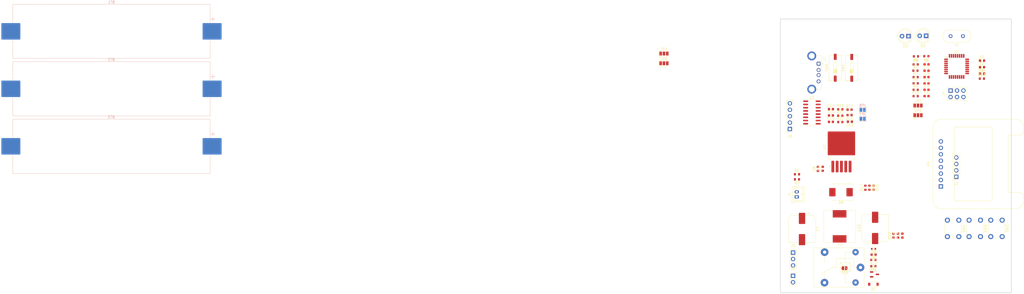
<source format=kicad_pcb>
(kicad_pcb (version 20241229) (generator "pcbnew") (generator_version "9.0")
  (layers (0 "F.Cu" signal) (2 "B.Cu" signal) (13 "F.Paste" user) (15 "B.Paste" user) (5 "F.SilkS" user "F.Silkscreen") (7 "B.SilkS" user "B.Silkscreen") (1 "F.Mask" user) (3 "B.Mask" user) (25 "Edge.Cuts" user))
  (net 0 "")
  (net 1 "+12V")
  (net 2 "GND")
  (net 3 "+5V")
  (net 4 "ARDU_RST")
  (net 5 "Net-(U3-V3)")
  (net 6 "Net-(D3-A)")
  (net 7 "UART_TX")
  (net 8 "Net-(D4-A)")
  (net 9 "Net-(D5-A)")
  (net 10 "UART_RX")
  (net 11 "Net-(D10-A)")
  (net 12 "Net-(D11-A)")
  (net 13 "Net-(D12-A)")
  (net 14 "PSensor")
  (net 15 "SDA")
  (net 16 "SCL")
  (net 17 "SCK")
  (net 18 "MISO")
  (net 19 "MOSI")
  (net 20 "Net-(JP1-A)")
  (net 21 "RLY_CTRL")
  (net 22 "Net-(JP2-B)")
  (net 23 "Net-(JP2-C)")
  (net 24 "Net-(JP2-A)")
  (net 25 "VBUS")
  (net 26 "Net-(JP3-A)")
  (net 27 "Net-(JP7-A)")
  (net 28 "Net-(Q1-B)")
  (net 29 "Vsense")
  (net 30 "D+")
  (net 33 "D-")
  (net 39 "Net-(U1-AREF)")
  (net 40 "Net-(U1-XTAL1{slash}PB6)")
  (net 41 "Net-(U1-XTAL2{slash}PB7)")
  (net 42 "Net-(J6-Pin_4)")
  (net 43 "Net-(D1-A)")
  (net 44 "Net-(D2-A)")
  (net 45 "Net-(D6-A)")
  (net 46 "Net-(D6-K)")
  (net 47 "Net-(D8-K)")
  (net 48 "Net-(D9-K)")
  (net 49 "Net-(J1-Pin_1)")
  (net 50 "Net-(J2-Pin_3)")
  (net 51 "Net-(J2-Pin_4)")
  (net 52 "Net-(JP1-B)")
  (net 53 "Net-(JP1-C)")
  (net 54 "Net-(JP6-A)")
  (net 56 "Net-(U1-PD7)")
  (net 57 "Net-(U1-PD4)")
  (net 58 "Net-(U1-PD3)")
  (net 59 "Net-(U2-~{ON}{slash}OFF)")
  (net 60 "Net-(U2-FB)")
  (footprint "Capacitor_SMD:C_0603_1608Metric" (layer "F.Cu") (at 178.41 103.135 90)
    (property "Reference" "C13" (at 0 -1.43 90) (layer "F.SilkS"))
    (property "Value" "0.47uF")
    (pad "1" smd roundrect (at -0.775 0 90) (size 0.9 0.95) (layers "F.Cu" "F.Mask" "F.Paste") (net 3 "+5V"))
    (pad "2" smd roundrect (at 0.775 0 90) (size 0.9 0.95) (layers "F.Cu" "F.Mask" "F.Paste") (net 2 "GND"))
  )
  (footprint "Resistor_SMD:R_0603_1608Metric" (layer "F.Cu") (at 168.7225 115.1875 180)
    (property "Reference" "R11" (at 0 -1.43 0) (layer "F.SilkS"))
    (property "Value" "1K")
    (pad "1" smd roundrect (at -0.825 0 180) (size 0.8 0.95) (layers "F.Cu" "F.Mask" "F.Paste") (net 26 "Net-(JP3-A)"))
    (pad "2" smd roundrect (at 0.825 0 180) (size 0.8 0.95) (layers "F.Cu" "F.Mask" "F.Paste") (net 28 "Net-(Q1-B)"))
  )
  (footprint "Capacitor_SMD:CP_Elec_10x10.5" (layer "F.Cu") (at 140.58 100.5 -90)
    (property "Reference" "C7" (at 0 -6.3 90) (layer "F.SilkS"))
    (property "Value" "100uF")
    (pad "1" smd roundrect (at -4.2 0 270) (size 4.4 2.5) (layers "F.Cu" "F.Mask" "F.Paste") (roundrect_rratio 0.1) (net 1 "+12V"))
    (pad "2" smd roundrect (at 4.2 0 270) (size 4.4 2.5) (layers "F.Cu" "F.Mask" "F.Paste") (roundrect_rratio 0.1) (net 2 "GND"))
  )
  (footprint "Resistor_SMD:R_0603_1608Metric" (layer "F.Cu") (at 155.665 53.215)
    (property "Reference" "R20" (at 0 -1.43 0) (layer "F.SilkS"))
    (property "Value" "10K")
    (pad "1" smd roundrect (at -0.825 0) (size 0.8 0.95) (layers "F.Cu" "F.Mask" "F.Paste") (net 25 "VBUS"))
    (pad "2" smd roundrect (at 0.825 0) (size 0.8 0.95) (layers "F.Cu" "F.Mask" "F.Paste") (net 11 "Net-(D10-A)"))
  )
  (footprint "Capacitor_SMD:C_0603_1608Metric" (layer "F.Cu") (at 189.685 45.49)
    (property "Reference" "C5" (at 0 -1.43 0) (layer "F.SilkS"))
    (property "Value" "22pF")
    (pad "1" smd roundrect (at -0.775 0) (size 0.9 0.95) (layers "F.Cu" "F.Mask" "F.Paste") (net 40 "Net-(U1-XTAL1{slash}PB6)"))
    (pad "2" smd roundrect (at 0.775 0) (size 0.9 0.95) (layers "F.Cu" "F.Mask" "F.Paste") (net 2 "GND"))
  )
  (footprint "LED_SMD:LED_0603_1608Metric" (layer "F.Cu") (at 159.32 55.495 180)
    (property "Reference" "D11" (at 0 -1.43 0) (layer "F.SilkS"))
    (property "Value" "LED")
    (pad "1" smd roundrect (at -0.7875 0 180) (size 0.875 0.95) (layers "F.Cu" "F.Mask" "F.Paste") (net 10 "UART_RX"))
    (pad "2" smd roundrect (at 0.7875 0 180) (size 0.875 0.95) (layers "F.Cu" "F.Mask" "F.Paste") (net 12 "Net-(D11-A)"))
  )
  (footprint "Inductor_SMD:L_12x12mm_H8mm" (layer "F.Cu") (at 155.4 99.44 -90)
    (property "Reference" "L1" (at 0 -7.4 90) (layer "F.SilkS"))
    (property "Value" "47uH")
    (pad "1" smd rect (at -4.95 0 270) (size 2.9 5.4) (layers "F.Cu" "F.Mask" "F.Paste") (net 48 "Net-(D9-K)"))
    (pad "2" smd rect (at 4.95 0 270) (size 2.9 5.4) (layers "F.Cu" "F.Mask" "F.Paste") (net 3 "+5V"))
  )
  (footprint "Button_Switch_SMD:SW_DIP_SPSTx01_Slide_9.78x4.72mm_W8.61mm_P2.54mm" (layer "F.Cu") (at 153.68 36.78 90)
    (property "Reference" "SW6" (at 0 -3.42 90) (layer "F.SilkS"))
    (property "Value" "SW_SPST")
    (pad "1" smd roundrect (at -4.305 0 90) (size 2.44 1.12) (layers "F.Cu" "F.Mask" "F.Paste") (roundrect_rratio 0.223214) (net 49 "Net-(J1-Pin_1)"))
    (pad "2" smd roundrect (at 4.305 0 90) (size 2.44 1.12) (layers "F.Cu" "F.Mask" "F.Paste") (roundrect_rratio 0.223214) (net 1 "+12V"))
  )
  (footprint "Jumper:SolderJumper-3_P1.3mm_Open_Pad1.0x1.5mm" (layer "F.Cu") (at 86.12 35.015)
    (property "Reference" "JP5" (at 0 -1.8 0) (layer "F.SilkS"))
    (property "Value" "SolderJumper_3_Open")
    (pad "1" smd rect (at -1.3 0) (size 1 1.5) (layers "F.Cu" "F.Mask") (net 3 "+5V"))
    (pad "2" smd rect (at 0 0) (size 1 1.5) (layers "F.Cu" "F.Mask") (net 50 "Net-(J2-Pin_3)"))
    (pad "3" smd rect (at 1.3 0) (size 1 1.5) (layers "F.Cu" "F.Mask") (net 2 "GND"))
  )
  (footprint "Capacitor_SMD:C_0603_1608Metric" (layer "F.Cu") (at 189.685 40.47)
    (property "Reference" "C3" (at 0 -1.43 0) (layer "F.SilkS"))
    (property "Value" "1uF")
    (pad "1" smd roundrect (at -0.775 0) (size 0.9 0.95) (layers "F.Cu" "F.Mask" "F.Paste") (net 2 "GND"))
    (pad "2" smd roundrect (at 0.775 0) (size 0.9 0.95) (layers "F.Cu" "F.Mask" "F.Paste") (net 3 "+5V"))
  )
  (footprint "Resistor_SMD:R_0603_1608Metric" (layer "F.Cu") (at 155.665 58.235)
    (property "Reference" "R22" (at 0 -1.43 0) (layer "F.SilkS"))
    (property "Value" "2K2")
    (pad "1" smd roundrect (at -0.825 0) (size 0.8 0.95) (layers "F.Cu" "F.Mask" "F.Paste") (net 27 "Net-(JP7-A)"))
    (pad "2" smd roundrect (at 0.825 0) (size 0.8 0.95) (layers "F.Cu" "F.Mask" "F.Paste") (net 13 "Net-(D12-A)"))
  )
  (footprint "Jumper:SolderJumper-3_P1.3mm_Open_Pad1.0x1.5mm" (layer "F.Cu") (at 186.32 55.55)
    (property "Reference" "JP2" (at 0 -1.8 0) (layer "F.SilkS"))
    (property "Value" "SolderJumper_3_Open")
    (pad "1" smd rect (at -1.3 0) (size 1 1.5) (layers "F.Cu" "F.Mask") (net 24 "Net-(JP2-A)"))
    (pad "2" smd rect (at 0 0) (size 1 1.5) (layers "F.Cu" "F.Mask") (net 23 "Net-(JP2-C)"))
    (pad "3" smd rect (at 1.3 0) (size 1 1.5) (layers "F.Cu" "F.Mask") (net 22 "Net-(JP2-B)"))
  )
  (footprint "Connector_USB:USB_A_Connfly_DS1095" (layer "F.Cu") (at 147.12 35.18 -90)
    (property "Reference" "J7" (at -1.95 -2.35 90) (layer "F.SilkS"))
    (property "Value" "USB_A")
    (pad "1" thru_hole roundrect (at 0 0 270) (size 1.524 1.524) (drill 0.92) (layers "*.Cu" "*.Mask") (roundrect_rratio 0.1640419948) (net 25 "VBUS"))
    (pad "2" thru_hole circle (at 2.5 0 270) (size 1.524 1.524) (drill 0.92) (layers "*.Cu" "*.Mask") (net 33 "D-"))
    (pad "3" thru_hole circle (at 4.5 0 270) (size 1.524 1.524) (drill 0.92) (layers "*.Cu" "*.Mask") (net 30 "D+"))
    (pad "4" thru_hole circle (at 7 0 270) (size 1.524 1.524) (drill 0.92) (layers "*.Cu" "*.Mask") (net 2 "GND"))
    (pad "5" thru_hole circle (at -3.07 2.71 270) (size 3.5 3.5) (drill 2.3) (layers "*.Cu" "*.Mask") (net 2 "GND"))
    (pad "5" thru_hole circle (at 10.07 2.71 270) (size 3.5 3.5) (drill 2.3) (layers "*.Cu" "*.Mask") (net 2 "GND"))
  )
  (footprint "Diode_SMD:D_SOD-123" (layer "F.Cu") (at 168.73 122.33 180)
    (property "Reference" "D7" (at 0 -2 0) (layer "F.SilkS"))
    (property "Value" "1N4148WT")
    (pad "1" smd roundrect (at -1.65 0 180) (size 0.9 1.2) (layers "F.Cu" "F.Mask" "F.Paste") (net 1 "+12V"))
    (pad "2" smd roundrect (at 1.65 0 180) (size 0.9 1.2) (layers "F.Cu" "F.Mask" "F.Paste") (net 46 "Net-(D6-K)"))
  )
  (footprint "Capacitor_SMD:C_0603_1608Metric" (layer "F.Cu") (at 151.98 53.135)
    (property "Reference" "C14" (at 0 -1.43 0) (layer "F.SilkS"))
    (property "Value" "100nF")
    (pad "1" smd roundrect (at -0.775 0) (size 0.9 0.95) (layers "F.Cu" "F.Mask" "F.Paste") (net 25 "VBUS"))
    (pad "2" smd roundrect (at 0.775 0) (size 0.9 0.95) (layers "F.Cu" "F.Mask" "F.Paste") (net 2 "GND"))
  )
  (footprint "Capacitor_SMD:C_0603_1608Metric" (layer "F.Cu") (at 146.845 76.75 90)
    (property "Reference" "C8" (at 0 -1.43 90) (layer "F.SilkS"))
    (property "Value" "0.022uF")
    (pad "1" smd roundrect (at -0.775 0 90) (size 0.9 0.95) (layers "F.Cu" "F.Mask" "F.Paste") (net 1 "+12V"))
    (pad "2" smd roundrect (at 0.775 0 90) (size 0.9 0.95) (layers "F.Cu" "F.Mask" "F.Paste") (net 2 "GND"))
  )
  (footprint "Capacitor_SMD:C_0603_1608Metric" (layer "F.Cu") (at 189.685 42.98)
    (property "Reference" "C4" (at 0 -1.43 0) (layer "F.SilkS"))
    (property "Value" "10uF")
    (pad "1" smd roundrect (at -0.775 0) (size 0.9 0.95) (layers "F.Cu" "F.Mask" "F.Paste") (net 2 "GND"))
    (pad "2" smd roundrect (at 0.775 0) (size 0.9 0.95) (layers "F.Cu" "F.Mask" "F.Paste") (net 3 "+5V"))
  )
  (footprint "Package_QFP:TQFP-32_7x7mm_P0.8mm" (layer "F.Cu") (at 201.55 36.25)
    (property "Reference" "U1" (at 0 -5.85 0) (layer "F.SilkS"))
    (property "Value" "ATmega328P-A")
    (pad "1" smd roundrect (at -4.1625 -2.8) (size 1.475 0.55) (layers "F.Cu" "F.Mask" "F.Paste") (net 58 "Net-(U1-PD3)"))
    (pad "2" smd roundrect (at -4.1625 -2) (size 1.475 0.55) (layers "F.Cu" "F.Mask" "F.Paste") (net 57 "Net-(U1-PD4)"))
    (pad "3" smd roundrect (at -4.1625 -1.2) (size 1.475 0.55) (layers "F.Cu" "F.Mask" "F.Paste") (net 2 "GND"))
    (pad "4" smd roundrect (at -4.1625 -0.4) (size 1.475 0.55) (layers "F.Cu" "F.Mask" "F.Paste") (net 3 "+5V"))
    (pad "5" smd roundrect (at -4.1625 0.4) (size 1.475 0.55) (layers "F.Cu" "F.Mask" "F.Paste") (net 2 "GND"))
    (pad "6" smd roundrect (at -4.1625 1.2) (size 1.475 0.55) (layers "F.Cu" "F.Mask" "F.Paste") (net 3 "+5V"))
    (pad "7" smd roundrect (at -4.1625 2) (size 1.475 0.55) (layers "F.Cu" "F.Mask" "F.Paste") (net 40 "Net-(U1-XTAL1{slash}PB6)"))
    (pad "8" smd roundrect (at -4.1625 2.8) (size 1.475 0.55) (layers "F.Cu" "F.Mask" "F.Paste") (net 41 "Net-(U1-XTAL2{slash}PB7)"))
    (pad "9" smd roundrect (at -2.8 4.1625) (size 0.55 1.475) (layers "F.Cu" "F.Mask" "F.Paste") (net 23 "Net-(JP2-C)"))
    (pad "10" smd roundrect (at -2 4.1625) (size 0.55 1.475) (layers "F.Cu" "F.Mask" "F.Paste") (net 53 "Net-(JP1-C)"))
    (pad "11" smd roundrect (at -1.2 4.1625) (size 0.55 1.475) (layers "F.Cu" "F.Mask" "F.Paste") (net 56 "Net-(U1-PD7)"))
    (pad "12" smd roundrect (at -0.4 4.1625) (size 0.55 1.475) (layers "F.Cu" "F.Mask" "F.Paste") (net 21 "RLY_CTRL"))
    (pad "13" smd roundrect (at 0.4 4.1625) (size 0.55 1.475) (layers "F.Cu" "F.Mask" "F.Paste"))
    (pad "14" smd roundrect (at 1.2 4.1625) (size 0.55 1.475) (layers "F.Cu" "F.Mask" "F.Paste"))
    (pad "15" smd roundrect (at 2 4.1625) (size 0.55 1.475) (layers "F.Cu" "F.Mask" "F.Paste") (net 19 "MOSI"))
    (pad "16" smd roundrect (at 2.8 4.1625) (size 0.55 1.475) (layers "F.Cu" "F.Mask" "F.Paste") (net 18 "MISO"))
    (pad "17" smd roundrect (at 4.1625 2.8) (size 1.475 0.55) (layers "F.Cu" "F.Mask" "F.Paste") (net 17 "SCK"))
    (pad "18" smd roundrect (at 4.1625 2) (size 1.475 0.55) (layers "F.Cu" "F.Mask" "F.Paste") (net 3 "+5V"))
    (pad "19" smd roundrect (at 4.1625 1.2) (size 1.475 0.55) (layers "F.Cu" "F.Mask" "F.Paste"))
    (pad "20" smd roundrect (at 4.1625 0.4) (size 1.475 0.55) (layers "F.Cu" "F.Mask" "F.Paste") (net 39 "Net-(U1-AREF)"))
    (pad "21" smd roundrect (at 4.1625 -0.4) (size 1.475 0.55) (layers "F.Cu" "F.Mask" "F.Paste") (net 2 "GND"))
    (pad "22" smd roundrect (at 4.1625 -1.2) (size 1.475 0.55) (layers "F.Cu" "F.Mask" "F.Paste"))
    (pad "23" smd roundrect (at 4.1625 -2) (size 1.475 0.55) (layers "F.Cu" "F.Mask" "F.Paste") (net 14 "PSensor"))
    (pad "24" smd roundrect (at 4.1625 -2.8) (size 1.475 0.55) (layers "F.Cu" "F.Mask" "F.Paste") (net 29 "Vsense"))
    (pad "25" smd roundrect (at 2.8 -4.1625) (size 0.55 1.475) (layers "F.Cu" "F.Mask" "F.Paste"))
    (pad "26" smd roundrect (at 2 -4.1625) (size 0.55 1.475) (layers "F.Cu" "F.Mask" "F.Paste"))
    (pad "27" smd roundrect (at 1.2 -4.1625) (size 0.55 1.475) (layers "F.Cu" "F.Mask" "F.Paste") (net 15 "SDA"))
    (pad "28" smd roundrect (at 0.4 -4.1625) (size 0.55 1.475) (layers "F.Cu" "F.Mask" "F.Paste") (net 16 "SCL"))
    (pad "29" smd roundrect (at -0.4 -4.1625) (size 0.55 1.475) (layers "F.Cu" "F.Mask" "F.Paste") (net 4 "ARDU_RST"))
    (pad "30" smd roundrect (at -1.2 -4.1625) (size 0.55 1.475) (layers "F.Cu" "F.Mask" "F.Paste") (net 10 "UART_RX"))
    (pad "31" smd roundrect (at -2 -4.1625) (size 0.55 1.475) (layers "F.Cu" "F.Mask" "F.Paste") (net 7 "UART_TX"))
    (pad "32" smd roundrect (at -2.8 -4.1625) (size 0.55 1.475) (layers "F.Cu" "F.Mask" "F.Paste"))
  )
  (footprint "Relay_THT:Relay_SPDT_SANYOU_SRD_Series_Form_C" (layer "F.Cu") (at 163.64 115.69 180)
    (property "Reference" "K1" (at 8.1 9.2 0) (layer "F.SilkS"))
    (property "Value" "SANYOU_SRD_Form_C")
    (pad "1" thru_hole circle (at 0 0 270) (size 3 3) (drill 1.3) (layers "*.Cu" "*.Mask") (net 47 "Net-(D8-K)"))
    (pad "2" thru_hole circle (at 1.95 6.05 270) (size 2.5 2.5) (drill 1) (layers "*.Cu" "*.Mask") (net 46 "Net-(D6-K)"))
    (pad "3" thru_hole circle (at 14.15 6.05 270) (size 3 3) (drill 1.3) (layers "*.Cu" "*.Mask") (net 1 "+12V"))
    (pad "4" thru_hole circle (at 14.2 -6 270) (size 3 3) (drill 1.3) (layers "*.Cu" "*.Mask"))
    (pad "5" thru_hole circle (at 1.95 -5.95 270) (size 2.5 2.5) (drill 1) (layers "*.Cu" "*.Mask") (net 1 "+12V"))
  )
  (footprint "Resistor_SMD:R_0603_1608Metric" (layer "F.Cu") (at 185.495 32.29 180)
    (property "Reference" "R8" (at 0 -1.43 0) (layer "F.SilkS"))
    (property "Value" "1K")
    (pad "1" smd roundrect (at -0.825 0 180) (size 0.8 0.95) (layers "F.Cu" "F.Mask" "F.Paste") (net 24 "Net-(JP2-A)"))
    (pad "2" smd roundrect (at 0.825 0 180) (size 0.8 0.95) (layers "F.Cu" "F.Mask" "F.Paste") (net 9 "Net-(D5-A)"))
  )
  (footprint "Capacitor_SMD:C_0603_1608Metric" (layer "F.Cu") (at 151.98 55.645)
    (property "Reference" "C15" (at 0 -1.43 0) (layer "F.SilkS"))
    (property "Value" "100nF")
    (pad "1" smd roundrect (at -0.775 0) (size 0.9 0.95) (layers "F.Cu" "F.Mask" "F.Paste") (net 2 "GND"))
    (pad "2" smd roundrect (at 0.775 0) (size 0.9 0.95) (layers "F.Cu" "F.Mask" "F.Paste") (net 5 "Net-(U3-V3)"))
  )
  (footprint "Connector_PinSocket_2.54mm:PinSocket_1x02_P2.54mm_Vertical" (layer "F.Cu") (at 137.025 119.01)
    (property "Reference" "J5" (at 0 -2.77 0) (layer "F.SilkS"))
    (property "Value" "Valve Terminal")
    (pad "1" thru_hole rect (at 0 0) (size 1.7 1.7) (drill 1) (layers "*.Cu" "*.Mask") (net 47 "Net-(D8-K)"))
    (pad "2" thru_hole circle (at 0 2.54) (size 1.7 1.7) (drill 1) (layers "*.Cu" "*.Mask") (net 2 "GND"))
  )
  (footprint "Button_Switch_THT:SW_PUSH_6mm_H9.5mm" (layer "F.Cu") (at 219.52 97 -90)
    (property "Reference" "SW2" (at 3.25 -2 90) (layer "F.SilkS"))
    (property "Value" "SW_Push")
    (pad "1" thru_hole circle (at 0 0) (size 2 2) (drill 1.1) (layers "*.Cu" "*.Mask") (net 2 "GND"))
    (pad "1" thru_hole circle (at 6.5 0) (size 2 2) (drill 1.1) (layers "*.Cu" "*.Mask") (net 2 "GND"))
    (pad "2" thru_hole circle (at 0 4.5) (size 2 2) (drill 1.1) (layers "*.Cu" "*.Mask") (net 4 "ARDU_RST"))
    (pad "2" thru_hole circle (at 6.5 4.5) (size 2 2) (drill 1.1) (layers "*.Cu" "*.Mask") (net 4 "ARDU_RST"))
  )
  (footprint "Resistor_SMD:R_0603_1608Metric" (layer "F.Cu") (at 211.5025 41.08)
    (property "Reference" "R13" (at 0 -1.43 0) (layer "F.SilkS"))
    (property "Value" "4.7K")
    (pad "1" smd roundrect (at -0.825 0) (size 0.8 0.95) (layers "F.Cu" "F.Mask" "F.Paste") (net 15 "SDA"))
    (pad "2" smd roundrect (at 0.825 0) (size 0.8 0.95) (layers "F.Cu" "F.Mask" "F.Paste") (net 3 "+5V"))
  )
  (footprint "Button_Switch_SMD:SW_DIP_SPSTx01_Slide_9.78x4.72mm_W8.61mm_P2.54mm" (layer "F.Cu") (at 160.18 36.82 90)
    (property "Reference" "SW1" (at 0 -3.42 90) (layer "F.SilkS"))
    (property "Value" "SW_SPST")
    (pad "1" smd roundrect (at -4.305 0 90) (size 2.44 1.12) (layers "F.Cu" "F.Mask" "F.Paste") (roundrect_rratio 0.223214) (net 2 "GND"))
    (pad "2" smd roundrect (at 4.305 0 90) (size 2.44 1.12) (layers "F.Cu" "F.Mask" "F.Paste") (roundrect_rratio 0.223214) (net 26 "Net-(JP3-A)"))
  )
  (footprint "Resistor_SMD:R_0603_1608Metric" (layer "F.Cu") (at 211.5875 39.15)
    (property "Reference" "R14" (at 0 -1.43 0) (layer "F.SilkS"))
    (property "Value" "4.7K")
    (pad "1" smd roundrect (at -0.825 0) (size 0.8 0.95) (layers "F.Cu" "F.Mask" "F.Paste") (net 16 "SCL"))
    (pad "2" smd roundrect (at 0.825 0) (size 0.8 0.95) (layers "F.Cu" "F.Mask" "F.Paste") (net 3 "+5V"))
  )
  (footprint "Resistor_SMD:R_0603_1608Metric" (layer "F.Cu") (at 185.395 42.94)
    (property "Reference" "R4" (at 0 -1.43 0) (layer "F.SilkS"))
    (property "Value" "1K")
    (pad "1" smd roundrect (at -0.825 0) (size 0.8 0.95) (layers "F.Cu" "F.Mask" "F.Paste") (net 52 "Net-(JP1-B)"))
    (pad "2" smd roundrect (at 0.825 0) (size 0.8 0.95) (layers "F.Cu" "F.Mask" "F.Paste") (net 44 "Net-(D2-A)"))
  )
  (footprint "LED_SMD:LED_0603_1608Metric" (layer "F.Cu") (at 211.5875 33.97)
    (property "Reference" "D1" (at 0 -1.43 0) (layer "F.SilkS"))
    (property "Value" "LED")
    (pad "1" smd roundrect (at -0.7875 0) (size 0.875 0.95) (layers "F.Cu" "F.Mask" "F.Paste") (net 2 "GND"))
    (pad "2" smd roundrect (at 0.7875 0) (size 0.875 0.95) (layers "F.Cu" "F.Mask" "F.Paste") (net 43 "Net-(D1-A)"))
  )
  (footprint "Diode_SMD:D_SMC" (layer "F.Cu") (at 155.945 85.945 180)
    (property "Reference" "D9" (at 0 -4.1 0) (layer "F.SilkS"))
    (property "Value" "D_Schottky")
    (pad "1" smd roundrect (at -3.4 0 270) (size 3.3 2.5) (layers "F.Cu" "F.Mask" "F.Paste") (roundrect_rratio 0.1) (net 48 "Net-(D9-K)"))
    (pad "2" smd roundrect (at 3.4 0 270) (size 3.3 2.5) (layers "F.Cu" "F.Mask" "F.Paste") (roundrect_rratio 0.1) (net 2 "GND"))
  )
  (footprint "Resistor_SMD:R_0603_1608Metric" (layer "F.Cu") (at 138.59 80.88 180)
    (property "Reference" "R2" (at 0 -1.43 0) (layer "F.SilkS"))
    (property "Value" "10K")
    (pad "1" smd roundrect (at -0.825 0 180) (size 0.8 0.95) (layers "F.Cu" "F.Mask" "F.Paste") (net 2 "GND"))
    (pad "2" smd roundrect (at 0.825 0 180) (size 0.8 0.95) (layers "F.Cu" "F.Mask" "F.Paste") (net 29 "Vsense"))
  )
  (footprint "Resistor_SMD:R_0603_1608Metric" (layer "F.Cu") (at 138.595 78.875)
    (property "Reference" "R1" (at 0 -1.43 0) (layer "F.SilkS"))
    (property "Value" "14K")
    (pad "1" smd roundrect (at -0.825 0) (size 0.8 0.95) (layers "F.Cu" "F.Mask" "F.Paste") (net 29 "Vsense"))
    (pad "2" smd roundrect (at 0.825 0) (size 0.8 0.95) (layers "F.Cu" "F.Mask" "F.Paste") (net 1 "+12V"))
  )
  (footprint "Resistor_SMD:R_0603_1608Metric" (layer "F.Cu") (at 185.39 40.49)
    (property "Reference" "R7" (at 0 -1.43 0) (layer "F.SilkS"))
    (property "Value" "1K")
    (pad "1" smd roundrect (at -0.825 0) (size 0.8 0.95) (layers "F.Cu" "F.Mask" "F.Paste") (net 22 "Net-(JP2-B)"))
    (pad "2" smd roundrect (at 0.825 0) (size 0.8 0.95) (layers "F.Cu" "F.Mask" "F.Paste") (net 8 "Net-(D4-A)"))
  )
  (footprint "LED_THT:LED_D5.0mm_IRGrey" (layer "F.Cu") (at 189.54 24.17 180)
    (property "Reference" "D5" (at 1.27 -3.96 0) (layer "F.SilkS"))
    (property "Value" "LD271")
    (pad "1" thru_hole rect (at 0 0 180) (size 1.8 1.8) (drill 0.9) (layers "*.Cu" "*.Mask") (net 2 "GND"))
    (pad "2" thru_hole circle (at 2.54 0 180) (size 1.8 1.8) (drill 0.9) (layers "*.Cu" "*.Mask") (net 9 "Net-(D5-A)"))
  )
  (footprint "Display:Adafruit_SSD1306_No_Mounting_Holes" (layer "F.Cu") (at 195.35 83.68 90)
    (property "Reference" "U4" (at 8.89 -5 90) (layer "F.SilkS"))
    (property "Value" "EA_T123X-I2C")
    (pad "1" thru_hole rect (at 0 0 90) (size 1.7 1.7) (drill 1) (layers "*.Cu" "*.Mask") (net 3 "+5V"))
    (pad "2" thru_hole circle (at 2.54 0 90) (size 1.7 1.7) (drill 1) (layers "*.Cu" "*.Mask") (net 2 "GND"))
    (pad "3" thru_hole circle (at 5.08 0 90) (size 1.7 1.7) (drill 1) (layers "*.Cu" "*.Mask") (net 3 "+5V"))
    (pad "4" thru_hole circle (at 7.62 0 90) (size 1.7 1.7) (drill 1) (layers "*.Cu" "*.Mask") (net 2 "GND"))
    (pad "5" thru_hole circle (at 10.16 0 90) (size 1.7 1.7) (drill 1) (layers "*.Cu" "*.Mask") (net 15 "SDA"))
    (pad "6" thru_hole circle (at 12.7 0 90) (size 1.7 1.7) (drill 1) (layers "*.Cu" "*.Mask") (net 16 "SCL"))
    (pad "7" thru_hole circle (at 15.24 0 90) (size 1.7 1.7) (drill 1) (layers "*.Cu" "*.Mask"))
    (pad "8" thru_hole circle (at 17.78 0 90) (size 1.7 1.7) (drill 1) (layers "*.Cu" "*.Mask"))
  )
  (footprint "Resistor_SMD:R_0603_1608Metric" (layer "F.Cu") (at 185.39 45.51)
    (property "Reference" "R9" (at 0 -1.43 0) (layer "F.SilkS"))
    (property "Value" "1K")
    (pad "1" smd roundrect (at -0.825 0) (size 0.8 0.95) (layers "F.Cu" "F.Mask" "F.Paste") (net 3 "+5V"))
    (pad "2" smd roundrect (at 0.825 0) (size 0.8 0.95) (layers "F.Cu" "F.Mask" "F.Paste") (net 57 "Net-(U1-PD4)"))
  )
  (footprint "Connector_PinSocket_2.54mm:PinSocket_1x04_P2.54mm_Vertical" (layer "F.Cu") (at 201.41 79.87 180)
    (property "Reference" "J2" (at 0 -2.77 0) (layer "F.SilkS"))
    (property "Value" "Conn_01x04_Pin")
    (pad "1" thru_hole rect (at 0 0 180) (size 1.7 1.7) (drill 1) (layers "*.Cu" "*.Mask") (net 15 "SDA"))
    (pad "2" thru_hole circle (at 0 2.54 180) (size 1.7 1.7) (drill 1) (layers "*.Cu" "*.Mask") (net 16 "SCL"))
    (pad "3" thru_hole circle (at 0 5.08 180) (size 1.7 1.7) (drill 1) (layers "*.Cu" "*.Mask") (net 50 "Net-(J2-Pin_3)"))
    (pad "4" thru_hole circle (at 0 7.62 180) (size 1.7 1.7) (drill 1) (layers "*.Cu" "*.Mask") (net 51 "Net-(J2-Pin_4)"))
  )
  (footprint "Capacitor_SMD:C_0603_1608Metric" (layer "F.Cu") (at 148.735 76.695 90)
    (property "Reference" "C9" (at 0 -1.43 90) (layer "F.SilkS"))
    (property "Value" "0.47uF")
    (pad "1" smd roundrect (at -0.775 0 90) (size 0.9 0.95) (layers "F.Cu" "F.Mask" "F.Paste") (net 1 "+12V"))
    (pad "2" smd roundrect (at 0.775 0 90) (size 0.9 0.95) (layers "F.Cu" "F.Mask" "F.Paste") (net 2 "GND"))
  )
  (footprint "Capacitor_SMD:C_0603_1608Metric" (layer "F.Cu") (at 189.685 37.96)
    (property "Reference" "C2" (at 0 -1.43 0) (layer "F.SilkS"))
    (property "Value" "100nF")
    (pad "1" smd roundrect (at -0.775 0) (size 0.9 0.95) (layers "F.Cu" "F.Mask" "F.Paste") (net 2 "GND"))
    (pad "2" smd roundrect (at 0.775 0) (size 0.9 0.95) (layers "F.Cu" "F.Mask" "F.Paste") (net 3 "+5V"))
  )
  (footprint "LED_SMD:LED_0603_1608Metric" (layer "F.Cu") (at 211.5875 36.56)
    (property "Reference" "D2" (at 0 -1.43 0) (layer "F.SilkS"))
    (property "Value" "LED")
    (pad "1" smd roundrect (at -0.7875 0) (size 0.875 0.95) (layers "F.Cu" "F.Mask" "F.Paste") (net 2 "GND"))
    (pad "2" smd roundrect (at 0.7875 0) (size 0.875 0.95) (layers "F.Cu" "F.Mask" "F.Paste") (net 44 "Net-(D2-A)"))
  )
  (footprint "Resistor_SMD:R_0603_1608Metric" (layer "F.Cu") (at 185.305 37.95)
    (property "Reference" "R3" (at 0 -1.43 0) (layer "F.SilkS"))
    (property "Value" "1K")
    (pad "1" smd roundrect (at -0.825 0) (size 0.8 0.95) (layers "F.Cu" "F.Mask" "F.Paste") (net 56 "Net-(U1-PD7)"))
    (pad "2" smd roundrect (at 0.825 0) (size 0.8 0.95) (layers "F.Cu" "F.Mask" "F.Paste") (net 43 "Net-(D1-A)"))
  )
  (footprint "Resistor_SMD:R_0603_1608Metric" (layer "F.Cu") (at 155.665 55.725)
    (property "Reference" "R21" (at 0 -1.43 0) (layer "F.SilkS"))
    (property "Value" "10K")
    (pad "1" smd roundrect (at -0.825 0) (size 0.8 0.95) (layers "F.Cu" "F.Mask" "F.Paste") (net 25 "VBUS"))
    (pad "2" smd roundrect (at 0.825 0) (size 0.8 0.95) (layers "F.Cu" "F.Mask" "F.Paste") (net 12 "Net-(D11-A)"))
  )
  (footprint "Connector_PinSocket_2.54mm:PinSocket_1x05_P2.54mm_Vertical" (layer "F.Cu") (at 135.8 61.015 180)
    (property "Reference" "J6" (at 0 -2.77 0) (layer "F.SilkS"))
    (property "Value" "Conn_01x05_Pin")
    (pad "1" thru_hole rect (at 0 0 180) (size 1.7 1.7) (drill 1) (layers "*.Cu" "*.Mask") (net 3 "+5V"))
    (pad "2" thru_hole circle (at 0 2.54 180) (size 1.7 1.7) (drill 1) (layers "*.Cu" "*.Mask") (net 7 "UART_TX"))
    (pad "3" thru_hole circle (at 0 5.08 180) (size 1.7 1.7) (drill 1) (layers "*.Cu" "*.Mask") (net 10 "UART_RX"))
    (pad "4" thru_hole circle (at 0 7.62 180) (size 1.7 1.7) (drill 1) (layers "*.Cu" "*.Mask") (net 42 "Net-(J6-Pin_4)"))
    (pad "5" thru_hole circle (at 0 10.16 180) (size 1.7 1.7) (drill 1) (layers "*.Cu" "*.Mask") (net 2 "GND"))
  )
  (footprint "LED_SMD:LED_0603_1608Metric" (layer "F.Cu") (at 211.5875 39.15)
    (property "Reference" "D4" (at 0 -1.43 0) (layer "F.SilkS"))
    (property "Value" "LED")
    (pad "1" smd roundrect (at -0.7875 0) (size 0.875 0.95) (layers "F.Cu" "F.Mask" "F.Paste") (net 2 "GND"))
    (pad "2" smd roundrect (at 0.7875 0) (size 0.875 0.95) (layers "F.Cu" "F.Mask" "F.Paste") (net 8 "Net-(D4-A)"))
  )
  (footprint "Diode_SMD:D_SOD-523" (layer "F.Cu") (at 168.7925 108.34 180)
    (property "Reference" "D8" (at 0 -1.3 0) (layer "F.SilkS"))
    (property "Value" "1N4148WT")
    (pad "1" smd roundrect (at -0.7 0) (size 0.6 0.7) (layers "F.Cu" "F.Mask" "F.Paste") (net 47 "Net-(D8-K)"))
    (pad "2" smd roundrect (at 0.7 0) (size 0.6 0.7) (layers "F.Cu" "F.Mask" "F.Paste") (net 2 "GND"))
  )
  (footprint "Capacitor_SMD:C_0603_1608Metric" (layer "F.Cu") (at 180.16 103.105 90)
    (property "Reference" "C10" (at 0 -1.43 90) (layer "F.SilkS"))
    (property "Value" "0.47uF")
    (pad "1" smd roundrect (at -0.775 0 90) (size 0.9 0.95) (layers "F.Cu" "F.Mask" "F.Paste") (net 3 "+5V"))
    (pad "2" smd roundrect (at 0.775 0 90) (size 0.9 0.95) (layers "F.Cu" "F.Mask" "F.Paste") (net 2 "GND"))
  )
  (footprint "Capacitor_SMD:C_0603_1608Metric" (layer "F.Cu") (at 176.59 103.11 90)
    (property "Reference" "C12" (at 0 -1.43 90) (layer "F.SilkS"))
    (property "Value" "0.022uF")
    (pad "1" smd roundrect (at -0.775 0 90) (size 0.9 0.95) (layers "F.Cu" "F.Mask" "F.Paste") (net 3 "+5V"))
    (pad "2" smd roundrect (at 0.775 0 90) (size 0.9 0.95) (layers "F.Cu" "F.Mask" "F.Paste") (net 2 "GND"))
  )
  (footprint "Capacitor_SMD:C_0603_1608Metric" (layer "F.Cu") (at 151.98 58.155)
    (property "Reference" "C16" (at 0 -1.43 0) (layer "F.SilkS"))
    (property "Value" "100nF")
    (pad "1" smd roundrect (at -0.775 0) (size 0.9 0.95) (layers "F.Cu" "F.Mask" "F.Paste") (net 42 "Net-(J6-Pin_4)"))
    (pad "2" smd roundrect (at 0.775 0) (size 0.9 0.95) (layers "F.Cu" "F.Mask" "F.Paste") (net 4 "ARDU_RST"))
  )
  (footprint "Resistor_SMD:R_0603_1608Metric" (layer "F.Cu") (at 165.565 84.185 90)
    (property "Reference" "R17" (at 0 -1.43 90) (layer "F.SilkS"))
    (property "Value" "3.09K")
    (pad "1" smd roundrect (at -0.825 0 90) (size 0.8 0.95) (layers "F.Cu" "F.Mask" "F.Paste") (net 3 "+5V"))
    (pad "2" smd roundrect (at 0.825 0 90) (size 0.8 0.95) (layers "F.Cu" "F.Mask" "F.Paste") (net 60 "Net-(U2-FB)"))
  )
  (footprint "Connector_PinSocket_2.54mm:PinSocket_2x03_P2.54mm_Vertical" (layer "F.Cu") (at 199.17 45.81 90)
    (property "Reference" "J4" (at -1.27 -2.77 90) (layer "F.SilkS"))
    (property "Value" "Conn_02x03_Odd_Even")
    (pad "1" thru_hole rect (at 0 0 90) (size 1.7 1.7) (drill 1) (layers "*.Cu" "*.Mask") (net 18 "MISO"))
    (pad "2" thru_hole circle (at -2.54 0 90) (size 1.7 1.7) (drill 1) (layers "*.Cu" "*.Mask") (net 3 "+5V"))
    (pad "3" thru_hole circle (at 0 2.54 90) (size 1.7 1.7) (drill 1) (layers "*.Cu" "*.Mask") (net 17 "SCK"))
    (pad "4" thru_hole circle (at -2.54 2.54 90) (size 1.7 1.7) (drill 1) (layers "*.Cu" "*.Mask") (net 19 "MOSI"))
    (pad "5" thru_hole circle (at 0 5.08 90) (size 1.7 1.7) (drill 1) (layers "*.Cu" "*.Mask") (net 4 "ARDU_RST"))
    (pad "6" thru_hole circle (at -2.54 5.08 90) (size 1.7 1.7) (drill 1) (layers "*.Cu" "*.Mask") (net 2 "GND"))
  )
  (footprint "Button_Switch_THT:SW_PUSH_6mm_H9.5mm" (layer "F.Cu") (at 210.97 97 -90)
    (property "Reference" "SW3" (at 3.25 -2 90) (layer "F.SilkS"))
    (property "Value" "SW_Push")
    (pad "1" thru_hole circle (at 0 0) (size 2 2) (drill 1.1) (layers "*.Cu" "*.Mask") (net 2 "GND"))
    (pad "1" thru_hole circle (at 6.5 0) (size 2 2) (drill 1.1) (layers "*.Cu" "*.Mask") (net 2 "GND"))
    (pad "2" thru_hole circle (at 0 4.5) (size 2 2) (drill 1.1) (layers "*.Cu" "*.Mask") (net 57 "Net-(U1-PD4)"))
    (pad "2" thru_hole circle (at 6.5 4.5) (size 2 2) (drill 1.1) (layers "*.Cu" "*.Mask") (net 57 "Net-(U1-PD4)"))
  )
  (footprint "Resistor_SMD:R_0603_1608Metric" (layer "F.Cu") (at 185.39 35.47)
    (property "Reference" "R5" (at 0 -1.43 0) (layer "F.SilkS"))
    (property "Value" "1K")
    (pad "1" smd roundrect (at -0.825 0) (size 0.8 0.95) (layers "F.Cu" "F.Mask" "F.Paste") (net 3 "+5V"))
    (pad "2" smd roundrect (at 0.825 0) (size 0.8 0.95) (layers "F.Cu" "F.Mask" "F.Paste") (net 4 "ARDU_RST"))
  )
  (footprint "Jumper:SolderJumper-3_P1.3mm_Open_Pad1.0x1.5mm" (layer "F.Cu") (at 186.32 51.715)
    (property "Reference" "JP1" (at 0 -1.8 0) (layer "F.SilkS"))
    (property "Value" "SolderJumper_3_Open")
    (pad "1" smd rect (at -1.3 0) (size 1 1.5) (layers "F.Cu" "F.Mask") (net 20 "Net-(JP1-A)"))
    (pad "2" smd rect (at 0 0) (size 1 1.5) (layers "F.Cu" "F.Mask") (net 53 "Net-(JP1-C)"))
    (pad "3" smd rect (at 1.3 0) (size 1 1.5) (layers "F.Cu" "F.Mask") (net 52 "Net-(JP1-B)"))
  )
  (footprint "Jumper:SolderJumper-3_P1.3mm_Open_Pad1.0x1.5mm" (layer "F.Cu") (at 86.12 31.18)
    (property "Reference" "JP4" (at 0 -1.8 0) (layer "F.SilkS"))
    (property "Value" "SolderJumper_3_Open")
    (pad "1" smd rect (at -1.3 0) (size 1 1.5) (layers "F.Cu" "F.Mask") (net 3 "+5V"))
    (pad "2" smd rect (at 0 0) (size 1 1.5) (layers "F.Cu" "F.Mask") (net 51 "Net-(J2-Pin_4)"))
    (pad "3" smd rect (at 1.3 0) (size 1 1.5) (layers "F.Cu" "F.Mask") (net 2 "GND"))
  )
  (footprint "Jumper:SolderJumper-2_P1.3mm_Open_RoundedPad1.0x1.5mm" (layer "F.Cu") (at 157.35 115.98 180)
    (property "Reference" "JP3" (at 0 -1.8 0) (layer "F.SilkS"))
    (property "Value" "SolderJumper_2_Open")
    (pad "1" smd custom (at -0.65 0 180) (size 1 0.5) (layers "F.Cu" "F.Mask") (net 26 "Net-(JP3-A)") (options (clearance outline) (anchor rect)) (primitives (gr_circle (center 0 0.25) (end 0.5 0.25) (width 0) (fill yes)) (gr_circle (center 0 -0.25) (end 0.5 -0.25) (width 0) (fill yes)) (gr_poly (pts (xy 0.5 0.75) (xy 0 0.75) (xy 0 -0.75) (xy 0.5 -0.75)) (width 0) (fill yes))))
    (pad "2" smd custom (at 0.65 0 180) (size 1 0.5) (layers "F.Cu" "F.Mask") (net 21 "RLY_CTRL") (options (clearance outline) (anchor rect)) (primitives (gr_circle (center 0 0.25) (end 0.5 0.25) (width 0) (fill yes)) (gr_circle (center 0 -0.25) (end 0.5 -0.25) (width 0) (fill yes)) (gr_poly (pts (xy 0 0.75) (xy -0.5 0.75) (xy -0.5 -0.75) (xy 0 -0.75)) (width 0) (fill yes))))
  )
  (footprint "Resistor_SMD:R_0603_1608Metric" (layer "F.Cu") (at 185.39 48.02)
    (property "Reference" "R10" (at 0 -1.43 0) (layer "F.SilkS"))
    (property "Value" "1K")
    (pad "1" smd roundrect (at -0.825 0) (size 0.8 0.95) (layers "F.Cu" "F.Mask" "F.Paste") (net 3 "+5V"))
    (pad "2" smd roundrect (at 0.825 0) (size 0.8 0.95) (layers "F.Cu" "F.Mask" "F.Paste") (net 58 "Net-(U1-PD3)"))
  )
  (footprint "Package_TO_SOT_SMD:TO-263-5_TabPin3" (layer "F.Cu") (at 156.125 68.165 90)
    (property "Reference" "U2" (at 0 -6.65 90) (layer "F.SilkS"))
    (property "Value" "LM2596S-5")
    (pad "1" smd roundrect (at -7.65 -3.4 90) (size 4.6 1.1) (layers "F.Cu" "F.Mask" "F.Paste") (roundrect_rratio 0.227273) (net 1 "+12V"))
    (pad "2" smd roundrect (at -7.65 -1.7 90) (size 4.6 1.1) (layers "F.Cu" "F.Mask" "F.Paste") (roundrect_rratio 0.227273) (net 48 "Net-(D9-K)"))
    (pad "3" smd roundrect (at -7.65 0 90) (size 4.6 1.1) (layers "F.Cu" "F.Mask" "F.Paste") (roundrect_rratio 0.227273) (net 2 "GND"))
    (pad "3" smd roundrect (at 1.5 0 90) (size 9.4 10.8) (layers "F.Cu" "F.Mask") (roundrect_rratio 0.026596) (net 2 "GND"))
    (pad "4" smd roundrect (at -7.65 1.7 90) (size 4.6 1.1) (layers "F.Cu" "F.Mask" "F.Paste") (roundrect_rratio 0.227273) (net 60 "Net-(U2-FB)"))
    (pad "5" smd roundrect (at -7.65 3.4 90) (size 4.6 1.1) (layers "F.Cu" "F.Mask" "F.Paste") (roundrect_rratio 0.227273) (net 59 "Net-(U2-~{ON}{slash}OFF)"))
  )
  (footprint "Capacitor_SMD:C_0603_1608Metric" (layer "F.Cu") (at 189.685 35.45)
    (property "Reference" "C1" (at 0 -1.43 0) (layer "F.SilkS"))
    (property "Value" "100nF")
    (pad "1" smd roundrect (at -0.775 0) (size 0.9 0.95) (layers "F.Cu" "F.Mask" "F.Paste") (net 39 "Net-(U1-AREF)"))
    (pad "2" smd roundrect (at 0.775 0) (size 0.9 0.95) (layers "F.Cu" "F.Mask" "F.Paste") (net 2 "GND"))
  )
  (footprint "Connector_JST:JST_PH_B2B-PH-K_1x02_P2.00mm_Vertical" (layer "F.Cu") (at 138.505 87.805 90)
    (property "Reference" "J1" (at 1 -2.9 90) (layer "F.SilkS"))
    (property "Value" "Power Input")
    (pad "1" thru_hole roundrect (at 0 0 90) (size 1.2 1.75) (drill 0.75) (layers "*.Cu" "*.Mask") (roundrect_rratio 0.208333) (net 49 "Net-(J1-Pin_1)"))
    (pad "2" thru_hole oval (at 2 0 90) (size 1.2 1.75) (drill 0.75) (layers "*.Cu" "*.Mask") (net 2 "GND"))
  )
  (footprint "Package_SO:SOIC-16_3.9x9.9mm_P1.27mm" (layer "F.Cu") (at 144.475 54.465)
    (property "Reference" "U3" (at 0 -5.9 0) (layer "F.SilkS"))
    (property "Value" "CH340C")
    (pad "1" smd roundrect (at -2.475 -4.445) (size 1.95 0.6) (layers "F.Cu" "F.Mask" "F.Paste") (net 2 "GND"))
    (pad "2" smd roundrect (at -2.475 -3.175) (size 1.95 0.6) (layers "F.Cu" "F.Mask" "F.Paste") (net 10 "UART_RX"))
    (pad "3" smd roundrect (at -2.475 -1.905) (size 1.95 0.6) (layers "F.Cu" "F.Mask" "F.Paste") (net 7 "UART_TX"))
    (pad "4" smd roundrect (at -2.475 -0.635) (size 1.95 0.6) (layers "F.Cu" "F.Mask" "F.Paste") (net 5 "Net-(U3-V3)"))
    (pad "5" smd roundrect (at -2.475 0.635) (size 1.95 0.6) (layers "F.Cu" "F.Mask" "F.Paste") (net 30 "D+"))
    (pad "6" smd roundrect (at -2.475 1.905) (size 1.95 0.6) (layers "F.Cu" "F.Mask" "F.Paste") (net 33 "D-"))
    (pad "7" smd roundrect (at -2.475 3.175) (size 1.95 0.6) (layers "F.Cu" "F.Mask" "F.Paste"))
    (pad "8" smd roundrect (at -2.475 4.445) (size 1.95 0.6) (layers "F.Cu" "F.Mask" "F.Paste"))
    (pad "9" smd roundrect (at 2.475 4.445) (size 1.95 0.6) (layers "F.Cu" "F.Mask" "F.Paste"))
    (pad "10" smd roundrect (at 2.475 3.175) (size 1.95 0.6) (layers "F.Cu" "F.Mask" "F.Paste"))
    (pad "11" smd roundrect (at 2.475 1.905) (size 1.95 0.6) (layers "F.Cu" "F.Mask" "F.Paste"))
    (pad "12" smd roundrect (at 2.475 0.635) (size 1.95 0.6) (layers "F.Cu" "F.Mask" "F.Paste"))
    (pad "13" smd roundrect (at 2.475 -0.635) (size 1.95 0.6) (layers "F.Cu" "F.Mask" "F.Paste") (net 42 "Net-(J6-Pin_4)"))
    (pad "14" smd roundrect (at 2.475 -1.905) (size 1.95 0.6) (layers "F.Cu" "F.Mask" "F.Paste"))
    (pad "15" smd roundrect (at 2.475 -3.175) (size 1.95 0.6) (layers "F.Cu" "F.Mask" "F.Paste") (net 54 "Net-(JP6-A)"))
    (pad "16" smd roundrect (at 2.475 -4.445) (size 1.95 0.6) (layers "F.Cu" "F.Mask" "F.Paste") (net 25 "VBUS"))
  )
  (footprint "Connector_PinSocket_2.54mm:PinSocket_1x03_P2.54mm_Vertical" (layer "F.Cu") (at 137.04 109.82)
    (property "Reference" "J3" (at 0 -2.77 0) (layer "F.SilkS"))
    (property "Value" "Screw_Terminal_01x03")
    (pad "1" thru_hole rect (at 0 0) (size 1.7 1.7) (drill 1) (layers "*.Cu" "*.Mask") (net 2 "GND"))
    (pad "2" thru_hole circle (at 0 2.54) (size 1.7 1.7) (drill 1) (layers "*.Cu" "*.Mask") (net 14 "PSensor"))
    (pad "3" thru_hole circle (at 0 5.08) (size 1.7 1.7) (drill 1) (layers "*.Cu" "*.Mask") (net 3 "+5V"))
  )
  (footprint "LED_THT:LED_D5.0mm_IRGrey" (layer "F.Cu") (at 182.56 24.31 180)
    (property "Reference" "D3" (at 1.27 -3.96 0) (layer "F.SilkS"))
    (property "Value" "LD271")
    (pad "1" thru_hole rect (at 0 0 180) (size 1.8 1.8) (drill 0.9) (layers "*.Cu" "*.Mask") (net 2 "GND"))
    (pad "2" thru_hole circle (at 2.54 0 180) (size 1.8 1.8) (drill 0.9) (layers "*.Cu" "*.Mask") (net 6 "Net-(D3-A)"))
  )
  (footprint "Crystal:Crystal_HC49-4H_Vertical" (layer "F.Cu") (at 204.04 24.31 180)
    (property "Reference" "Y1" (at 2.44 -3.52 0) (layer "F.SilkS"))
    (property "Value" "16MHz")
    (pad "1" thru_hole circle (at 0 0 180) (size 1.5 1.5) (drill 0.8) (layers "*.Cu" "*.Mask") (net 41 "Net-(U1-XTAL2{slash}PB7)"))
    (pad "2" thru_hole circle (at 4.88 0 180) (size 1.5 1.5) (drill 0.8) (layers "*.Cu" "*.Mask") (net 40 "Net-(U1-XTAL1{slash}PB6)"))
  )
  (footprint "Package_TO_SOT_SMD:SOT-23-3" (layer "F.Cu") (at 169.18 118.4275)
    (property "Reference" "Q1" (at 0 -2.4 0) (layer "F.SilkS"))
    (property "Value" "BC848")
    (pad "1" smd roundrect (at -1.1375 -0.95) (size 1.325 0.6) (layers "F.Cu" "F.Mask" "F.Paste") (net 28 "Net-(Q1-B)"))
    (pad "2" smd roundrect (at -1.1375 0.95) (size 1.325 0.6) (layers "F.Cu" "F.Mask" "F.Paste") (net 2 "GND"))
    (pad "3" smd roundrect (at 1.1375 0) (size 1.325 0.6) (layers "F.Cu" "F.Mask" "F.Paste") (net 46 "Net-(D6-K)"))
  )
  (footprint "Resistor_SMD:R_0603_1608Metric" (layer "F.Cu") (at 168.7225 112.6775 180)
    (property "Reference" "R12" (at 0 -1.43 0) (layer "F.SilkS"))
    (property "Value" "2K2")
    (pad "1" smd roundrect (at -0.825 0 180) (size 0.8 0.95) (layers "F.Cu" "F.Mask" "F.Paste") (net 1 "+12V"))
    (pad "2" smd roundrect (at 0.825 0 180) (size 0.8 0.95) (layers "F.Cu" "F.Mask" "F.Paste") (net 45 "Net-(D6-A)"))
  )
  (footprint "Resistor_SMD:R_0603_1608Metric" (layer "F.Cu") (at 189.6 32.23 180)
    (property "Reference" "R6" (at 0 -1.43 0) (layer "F.SilkS"))
    (property "Value" "1K")
    (pad "1" smd roundrect (at -0.825 0 180) (size 0.8 0.95) (layers "F.Cu" "F.Mask" "F.Paste") (net 20 "Net-(JP1-A)"))
    (pad "2" smd roundrect (at 0.825 0 180) (size 0.8 0.95) (layers "F.Cu" "F.Mask" "F.Paste") (net 6 "Net-(D3-A)"))
  )
  (footprint "LED_SMD:LED_0603_1608Metric" (layer "F.Cu") (at 168.795 110.6175 180)
    (property "Reference" "D6" (at 0 -1.43 0) (layer "F.SilkS"))
    (property "Value" "LED")
    (pad "1" smd roundrect (at -0.7875 0 180) (size 0.875 0.95) (layers "F.Cu" "F.Mask" "F.Paste") (net 46 "Net-(D6-K)"))
    (pad "2" smd roundrect (at 0.7875 0 180) (size 0.875 0.95) (layers "F.Cu" "F.Mask" "F.Paste") (net 45 "Net-(D6-A)"))
  )
  (footprint "Button_Switch_THT:SW_PUSH_6mm_H9.5mm" (layer "F.Cu") (at 202.42 97 -90)
    (property "Reference" "SW4" (at 3.25 -2 90) (layer "F.SilkS"))
    (property "Value" "SW_Push")
    (pad "1" thru_hole circle (at 0 0) (size 2 2) (drill 1.1) (layers "*.Cu" "*.Mask") (net 2 "GND"))
    (pad "1" thru_hole circle (at 6.5 0) (size 2 2) (drill 1.1) (layers "*.Cu" "*.Mask") (net 2 "GND"))
    (pad "2" thru_hole circle (at 0 4.5) (size 2 2) (drill 1.1) (layers "*.Cu" "*.Mask") (net 58 "Net-(U1-PD3)"))
    (pad "2" thru_hole circle (at 6.5 4.5) (size 2 2) (drill 1.1) (layers "*.Cu" "*.Mask") (net 58 "Net-(U1-PD3)"))
  )
  (footprint "Resistor_SMD:R_0603_1608Metric" (layer "F.Cu") (at 168.785 84.14 -90)
    (property "Reference" "R15" (at 0 -1.43 90) (layer "F.SilkS"))
    (property "Value" "1.02K")
    (pad "1" smd roundrect (at -0.825 0 270) (size 0.8 0.95) (layers "F.Cu" "F.Mask" "F.Paste") (net 59 "Net-(U2-~{ON}{slash}OFF)"))
    (pad "2" smd roundrect (at 0.825 0 270) (size 0.8 0.95) (layers "F.Cu" "F.Mask" "F.Paste") (net 2 "GND"))
  )
  (footprint "LED_SMD:LED_0603_1608Metric" (layer "F.Cu") (at 159.4475 58.105 180)
    (property "Reference" "D10" (at 0 -1.43 0) (layer "F.SilkS"))
    (property "Value" "LED")
    (pad "1" smd roundrect (at -0.7875 0 180) (size 0.875 0.95) (layers "F.Cu" "F.Mask" "F.Paste") (net 7 "UART_TX"))
    (pad "2" smd roundrect (at 0.7875 0 180) (size 0.875 0.95) (layers "F.Cu" "F.Mask" "F.Paste") (net 11 "Net-(D10-A)"))
  )
  (footprint "Capacitor_SMD:CP_Elec_10x12.5" (layer "F.Cu") (at 169.41 100.06 90)
    (property "Reference" "C11" (at 0 -6.3 90) (layer "F.SilkS"))
    (property "Value" "330uF")
    (pad "1" smd roundrect (at -4.2 0 90) (size 4.4 2.5) (layers "F.Cu" "F.Mask" "F.Paste") (roundrect_rratio 0.1) (net 3 "+5V"))
    (pad "2" smd roundrect (at 4.2 0 90) (size 4.4 2.5) (layers "F.Cu" "F.Mask" "F.Paste") (roundrect_rratio 0.1) (net 2 "GND"))
  )
  (footprint "Capacitor_SMD:C_0603_1608Metric" (layer "F.Cu") (at 189.685 48)
    (property "Reference" "C6" (at 0 -1.43 0) (layer "F.SilkS"))
    (property "Value" "22pF")
    (pad "1" smd roundrect (at -0.775 0) (size 0.9 0.95) (layers "F.Cu" "F.Mask" "F.Paste") (net 41 "Net-(U1-XTAL2{slash}PB7)"))
    (pad "2" smd roundrect (at 0.775 0) (size 0.9 0.95) (layers "F.Cu" "F.Mask" "F.Paste") (net 2 "GND"))
  )
  (footprint "LED_SMD:LED_0603_1608Metric" (layer "F.Cu") (at 159.3375 53.345)
    (property "Reference" "D12" (at 0 -1.43 0) (layer "F.SilkS"))
    (property "Value" "LED")
    (pad "1" smd roundrect (at -0.7875 0) (size 0.875 0.95) (layers "F.Cu" "F.Mask" "F.Paste") (net 2 "GND"))
    (pad "2" smd roundrect (at 0.7875 0) (size 0.875 0.95) (layers "F.Cu" "F.Mask" "F.Paste") (net 13 "Net-(D12-A)"))
  )
  (footprint "Resistor_SMD:R_0603_1608Metric" (layer "F.Cu") (at 167.165 84.175 -90)
    (property "Reference" "R18" (at 0 -1.43 90) (layer "F.SilkS"))
    (property "Value" "1.0K")
    (pad "1" smd roundrect (at -0.825 0 270) (size 0.8 0.95) (layers "F.Cu" "F.Mask" "F.Paste") (net 60 "Net-(U2-FB)"))
    (pad "2" smd roundrect (at 0.825 0 270) (size 0.8 0.95) (layers "F.Cu" "F.Mask" "F.Paste") (net 2 "GND"))
  )
  (footprint "Battery:BatteryHolder_Keystone_1042_1x18650" (layer "B.Cu") (at -131.77 67.82 180)
    (property "Reference" "BT3" (at 0 11.53 0) (layer "B.SilkS") (effects (justify mirror)))
    (property "Value" "Battery_Cell")
    (fp_text user "+" (at -40 5 0) (layer "B.SilkS") (effects (font (size 2 2)) (justify mirror)))
    (pad "" np_thru_hole circle (at -36.13 8 180) (size 2.39 2.39) (drill 2.39) (layers "*.Cu" "*.Mask"))
    (pad "" np_thru_hole circle (at -27.62 -8 180) (size 3.45 3.45) (drill 3.45) (layers "*.Cu" "*.Mask"))
    (pad "" np_thru_hole circle (at 27.62 8 180) (size 3.45 3.45) (drill 3.45) (layers "*.Cu" "*.Mask"))
    (pad "1" smd roundrect (at -39.69 0 180) (size 7.5 6.5) (layers "B.Cu" "B.Mask" "B.Paste") (roundrect_rratio 0.038462) (net 1 "+12V"))
    (pad "2" smd roundrect (at 39.69 0 180) (size 7.5 6.5) (layers "B.Cu" "B.Mask" "B.Paste") (roundrect_rratio 0.038462) (net 2 "GND"))
  )
  (footprint "Jumper:SolderJumper-2_P1.3mm_Open_Pad1.0x1.5mm" (layer "B.Cu") (at 164.505 56.975 180)
    (property "Reference" "JP7" (at 0 1.8 0) (layer "B.SilkS") (effects (justify mirror)))
    (property "Value" "SolderJumper_2_Open")
    (pad "1" smd rect (at -0.65 0 180) (size 1 1.5) (layers "B.Cu" "B.Mask") (net 27 "Net-(JP7-A)"))
    (pad "2" smd rect (at 0.65 0 180) (size 1 1.5) (layers "B.Cu" "B.Mask") (net 25 "VBUS"))
  )
  (footprint "Battery:BatteryHolder_Keystone_1042_1x18650" (layer "B.Cu") (at -131.77 45.11 180)
    (property "Reference" "BT2" (at 0 11.53 0) (layer "B.SilkS") (effects (justify mirror)))
    (property "Value" "Battery_Cell")
    (fp_text user "+" (at -40 5 0) (layer "B.SilkS") (effects (font (size 2 2)) (justify mirror)))
    (pad "" np_thru_hole circle (at -36.13 8 180) (size 2.39 2.39) (drill 2.39) (layers "*.Cu" "*.Mask"))
    (pad "" np_thru_hole circle (at -27.62 -8 180) (size 3.45 3.45) (drill 3.45) (layers "*.Cu" "*.Mask"))
    (pad "" np_thru_hole circle (at 27.62 8 180) (size 3.45 3.45) (drill 3.45) (layers "*.Cu" "*.Mask"))
    (pad "1" smd roundrect (at -39.69 0 180) (size 7.5 6.5) (layers "B.Cu" "B.Mask" "B.Paste") (roundrect_rratio 0.038462) (net 2 "GND"))
    (pad "2" smd roundrect (at 39.69 0 180) (size 7.5 6.5) (layers "B.Cu" "B.Mask" "B.Paste") (roundrect_rratio 0.038462) (net 1 "+12V"))
  )
  (footprint "Battery:BatteryHolder_Keystone_1042_1x18650" (layer "B.Cu") (at -131.77 22.4 180)
    (property "Reference" "BT1" (at 0 11.53 0) (layer "B.SilkS") (effects (justify mirror)))
    (property "Value" "Battery_Cell")
    (fp_text user "+" (at -40 5 0) (layer "B.SilkS") (effects (font (size 2 2)) (justify mirror)))
    (pad "" np_thru_hole circle (at -36.13 8 180) (size 2.39 2.39) (drill 2.39) (layers "*.Cu" "*.Mask"))
    (pad "" np_thru_hole circle (at -27.62 -8 180) (size 3.45 3.45) (drill 3.45) (layers "*.Cu" "*.Mask"))
    (pad "" np_thru_hole circle (at 27.62 8 180) (size 3.45 3.45) (drill 3.45) (layers "*.Cu" "*.Mask"))
    (pad "1" smd roundrect (at -39.69 0 180) (size 7.5 6.5) (layers "B.Cu" "B.Mask" "B.Paste") (roundrect_rratio 0.038462) (net 1 "+12V"))
    (pad "2" smd roundrect (at 39.69 0 180) (size 7.5 6.5) (layers "B.Cu" "B.Mask" "B.Paste") (roundrect_rratio 0.038462) (net 2 "GND"))
  )
  (footprint "Jumper:SolderJumper-2_P1.3mm_Open_Pad1.0x1.5mm" (layer "B.Cu") (at 164.505 53.425 180)
    (property "Reference" "JP6" (at 0 1.8 0) (layer "B.SilkS") (effects (justify mirror)))
    (property "Value" "SolderJumper_2_Open")
    (pad "1" smd rect (at -0.65 0 180) (size 1 1.5) (layers "B.Cu" "B.Mask") (net 54 "Net-(JP6-A)"))
    (pad "2" smd rect (at 0.65 0 180) (size 1 1.5) (layers "B.Cu" "B.Mask") (net 2 "GND"))
  )
  (gr_rect (start 132.04 17.53) (end 223.12 125.69) (stroke (width 0.2)) (fill no) (layer "Edge.Cuts"))
)
</source>
